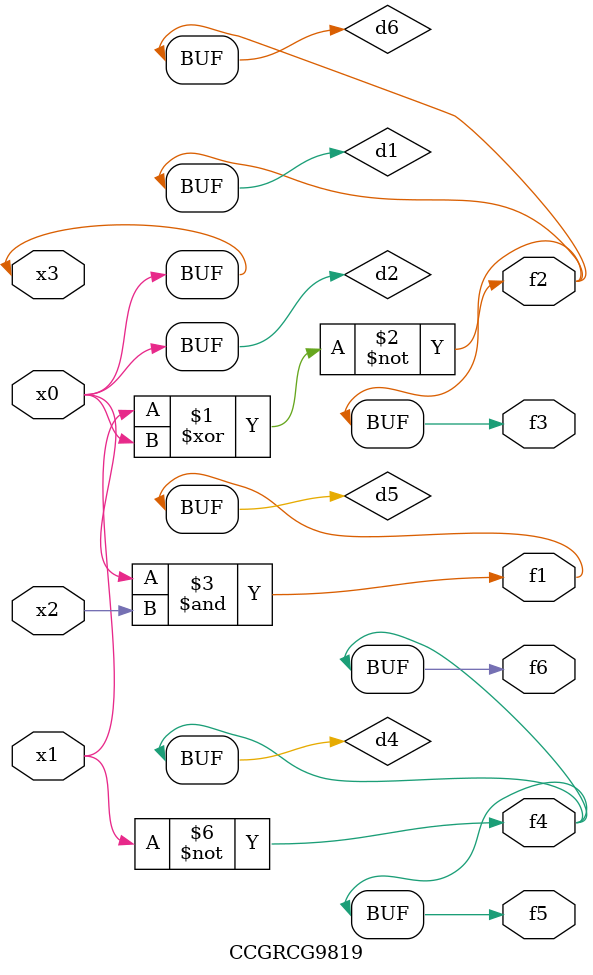
<source format=v>
module CCGRCG9819(
	input x0, x1, x2, x3,
	output f1, f2, f3, f4, f5, f6
);

	wire d1, d2, d3, d4, d5, d6;

	xnor (d1, x1, x3);
	buf (d2, x0, x3);
	nand (d3, x0, x2);
	not (d4, x1);
	nand (d5, d3);
	or (d6, d1);
	assign f1 = d5;
	assign f2 = d6;
	assign f3 = d6;
	assign f4 = d4;
	assign f5 = d4;
	assign f6 = d4;
endmodule

</source>
